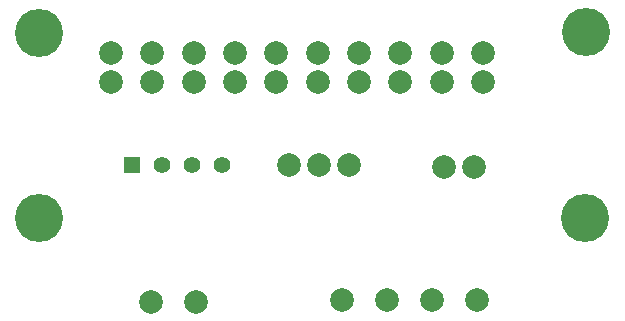
<source format=gbs>
G04 ( created by brdgerber.py ( brdgerber.py v0.1 2014-03-12 ) ) date 2020-07-15 17:06:22 EDT*
G04 Gerber Fmt 3.4, Leading zero omitted, Abs format*
%MOIN*%
%FSLAX34Y34*%
G01*
G70*
G90*
G04 APERTURE LIST*
%ADD12C,0.0550*%
%ADD10C,0.0787*%
%ADD11R,0.0550X0.0550*%
%ADD13C,0.1600*%
G04 APERTURE END LIST*
G54D12*
D10*
X-00350Y-00350D03*
D10*
X00650Y-00350D03*
D10*
X01650Y-00350D03*
D10*
X04800Y-00400D03*
D10*
X05800Y-00400D03*
D11*
X-05600Y-00350D03*
D12*
X-04600Y-00350D03*
D12*
X-03600Y-00350D03*
D12*
X-02600Y-00350D03*
D13*
X-08700Y04050D03*
D13*
X09550Y04100D03*
D13*
X-08700Y-02100D03*
D13*
X09500Y-02100D03*
D10*
X-03450Y-04900D03*
D10*
X-04950Y-04900D03*
D10*
X-06301Y02408D03*
D10*
X-06301Y03392D03*
D10*
X-04923Y02408D03*
D10*
X-04923Y03392D03*
D10*
X-03545Y02408D03*
D10*
X-03545Y03392D03*
D10*
X-02167Y02408D03*
D10*
X-02167Y03392D03*
D10*
X-00789Y02408D03*
D10*
X-00789Y03392D03*
D10*
X00589Y02408D03*
D10*
X00589Y03392D03*
D10*
X01967Y02408D03*
D10*
X01967Y03392D03*
D10*
X03345Y02408D03*
D10*
X03345Y03392D03*
D10*
X04723Y02408D03*
D10*
X04723Y03392D03*
D10*
X06101Y02408D03*
D10*
X06101Y03392D03*
D10*
X01400Y-04850D03*
D10*
X02900Y-04850D03*
D10*
X04400Y-04850D03*
D10*
X05900Y-04850D03*
M02*

</source>
